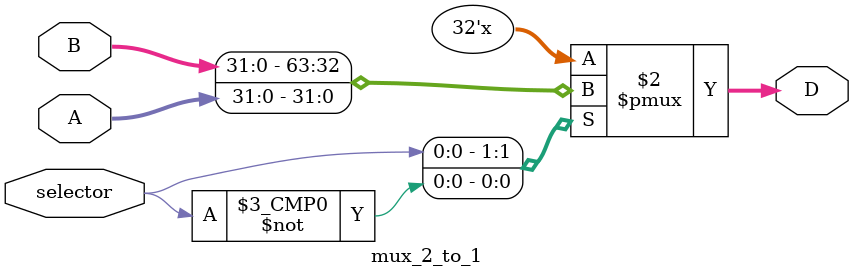
<source format=v>
module mux_2_to_1 #(
    parameter MXwidth = 32
)
(
    input wire [MXwidth -1 : 0] A,
    input wire [MXwidth -1 : 0] B,
    input wire selector,
    output reg [MXwidth -1 : 0] D
);

    // Logika kombinasional
    always@(*)begin
        case(selector)
            1'b1: D = B; //B jika selector = 1
            1'b0: D = A; //A jika selector = 0
            default: D = A;
        endcase
    end
    
endmodule

</source>
